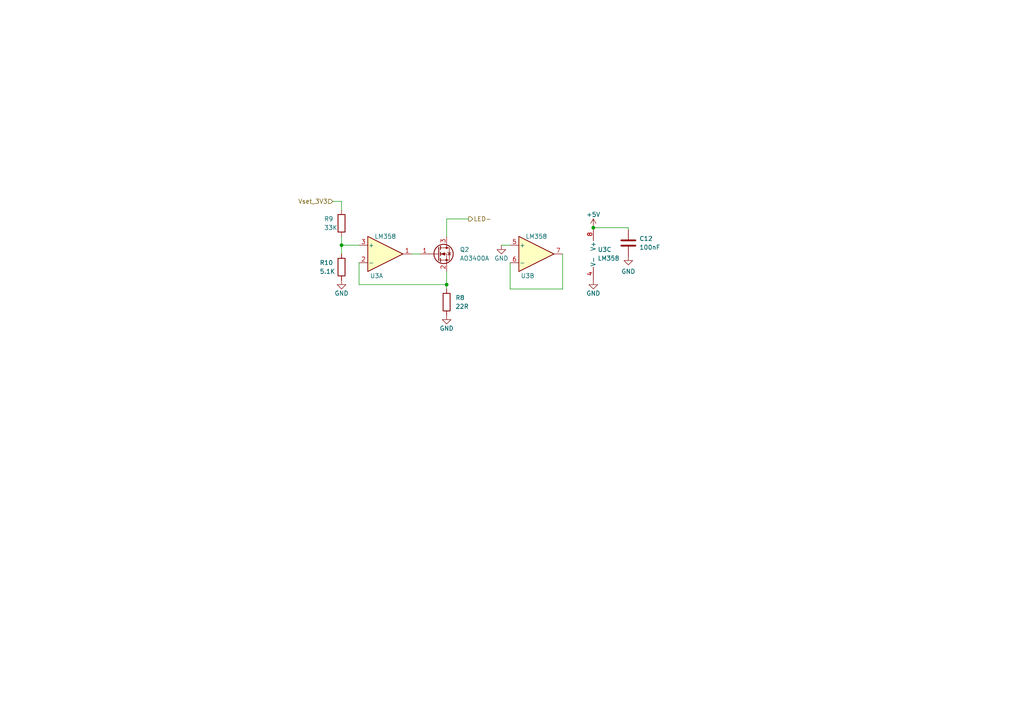
<source format=kicad_sch>
(kicad_sch (version 20230121) (generator eeschema)
  (paper "A4")
  (lib_symbols
    (symbol "Amplifier_Operational:LM358" (pin_names (offset 0.127))
      (property "Reference" "U" (at 0 5.08 0))
      (property "Value" "LM358" (at 0 -5.08 0))
      (symbol "LM358_1_1"
        (polyline (pts (xy -5.08 5.08) (xy 5.08 0) (xy -5.08 -5.08) (xy -5.08 5.08)) (stroke (width 0.254)) (fill (type background)))
        (pin output line (at 7.62 0 180) (length 2.54) (name "~") (number "1"))
        (pin input line (at -7.62 -2.54 0) (length 2.54) (name "-") (number "2"))
        (pin input line (at -7.62 2.54 0) (length 2.54) (name "+") (number "3"))
      )
      (symbol "LM358_2_1"
        (polyline (pts (xy -5.08 5.08) (xy 5.08 0) (xy -5.08 -5.08) (xy -5.08 5.08)) (stroke (width 0.254)) (fill (type background)))
        (pin input line (at -7.62 2.54 0) (length 2.54) (name "+") (number "5"))
        (pin input line (at -7.62 -2.54 0) (length 2.54) (name "-") (number "6"))
        (pin output line (at 7.62 0 180) (length 2.54) (name "~") (number "7"))
      )
      (symbol "LM358_3_1"
        (pin power_in line (at -2.54 -7.62 90) (length 3.81) (name "V-") (number "4"))
        (pin power_in line (at -2.54 7.62 270) (length 3.81) (name "V+") (number "8"))
      )
    )
    (symbol "Device:C" (pin_numbers hide) (pin_names (offset 0.254))
      (property "Reference" "C" (at 0.635 2.54 0))
      (property "Value" "C" (at 0.635 -2.54 0))
      (symbol "C_0_1"
        (polyline (pts (xy -2.032 -0.762) (xy 2.032 -0.762)) (stroke (width 0.508)))
        (polyline (pts (xy -2.032 0.762) (xy 2.032 0.762)) (stroke (width 0.508)))
      )
      (symbol "C_1_1"
        (pin passive line (at 0 3.81 270) (length 2.794) (name "~") (number "1"))
        (pin passive line (at 0 -3.81 90) (length 2.794) (name "~") (number "2"))
      )
    )
    (symbol "Device:R" (pin_numbers hide) (pin_names (offset 0))
      (property "Reference" "R" (at 2.032 0 90))
      (property "Value" "R" (at 0 0 90))
      (symbol "R_0_1"
        (rectangle (start -1.016 -2.54) (end 1.016 2.54) (stroke (width 0.254)))
      )
      (symbol "R_1_1"
        (pin passive line (at 0 3.81 270) (length 1.27) (name "~") (number "1"))
        (pin passive line (at 0 -3.81 90) (length 1.27) (name "~") (number "2"))
      )
    )
    (symbol "Transistor_FET:AO3400A" (pin_names hide)
      (property "Reference" "Q" (at 5.08 1.905 0))
      (property "Value" "AO3400A" (at 5.08 0 0))
      (symbol "AO3400A_0_1"
        (polyline (pts (xy 0.254 0) (xy -2.54 0)))
        (polyline (pts (xy 0.254 1.905) (xy 0.254 -1.905)) (stroke (width 0.254)))
        (polyline (pts (xy 0.762 -1.27) (xy 0.762 -2.286)) (stroke (width 0.254)))
        (polyline (pts (xy 0.762 0.508) (xy 0.762 -0.508)) (stroke (width 0.254)))
        (polyline (pts (xy 0.762 2.286) (xy 0.762 1.27)) (stroke (width 0.254)))
        (polyline (pts (xy 2.54 2.54) (xy 2.54 1.778)))
        (polyline (pts (xy 2.54 -2.54) (xy 2.54 0) (xy 0.762 0)))
        (polyline (pts (xy 0.762 -1.778) (xy 3.302 -1.778) (xy 3.302 1.778) (xy 0.762 1.778)))
        (polyline (pts (xy 1.016 0) (xy 2.032 0.381) (xy 2.032 -0.381) (xy 1.016 0)) (fill (type outline)))
        (polyline (pts (xy 2.794 0.508) (xy 2.921 0.381) (xy 3.683 0.381) (xy 3.81 0.254)))
        (polyline (pts (xy 3.302 0.381) (xy 2.921 -0.254) (xy 3.683 -0.254) (xy 3.302 0.381)))
        (circle (center 1.651 0) (radius 2.794) (stroke (width 0.254)))
        (circle (center 2.54 -1.778) (radius 0.254) (fill (type outline)))
        (circle (center 2.54 1.778) (radius 0.254) (fill (type outline)))
      )
      (symbol "AO3400A_1_1"
        (pin input line (at -5.08 0 0) (length 2.54) (name "G") (number "1"))
        (pin passive line (at 2.54 -5.08 90) (length 2.54) (name "S") (number "2"))
        (pin passive line (at 2.54 5.08 270) (length 2.54) (name "D") (number "3"))
      )
    )
    (symbol "power:+5V" (power) (pin_names (offset 0))
      (property "Value" "+5V" (at 0 3.556 0))
      (symbol "+5V_0_1"
        (polyline (pts (xy -0.762 1.27) (xy 0 2.54)))
        (polyline (pts (xy 0 0) (xy 0 2.54)))
        (polyline (pts (xy 0 2.54) (xy 0.762 1.27)))
      )
      (symbol "+5V_1_1"
        (pin power_in line (at 0 0 90) (length 0) hide (name "+5V") (number "1"))
      )
    )
    (symbol "power:GND" (power) (pin_names (offset 0))
      (property "Value" "GND" (at 0 -3.81 0))
      (symbol "GND_0_1"
        (polyline (pts (xy 0 0) (xy 0 -1.27) (xy 1.27 -1.27) (xy 0 -2.54) (xy -1.27 -1.27) (xy 0 -1.27)))
      )
      (symbol "GND_1_1"
        (pin power_in line (at 0 0 270) (length 0) hide (name "GND") (number "1"))
      )
    )
  )
  (junction (at 99.06 71.12))
  (junction (at 172.085 66.04))
  (junction (at 129.54 82.55))
  (wire (pts (xy 129.54 63.5) (xy 135.89 63.5)))
  (wire (pts (xy 99.06 68.58) (xy 99.06 71.12)))
  (wire (pts (xy 163.195 73.66) (xy 163.195 83.82)))
  (wire (pts (xy 147.955 83.82) (xy 163.195 83.82)))
  (wire (pts (xy 99.06 71.12) (xy 99.06 73.66)))
  (wire (pts (xy 129.54 68.58) (xy 129.54 63.5)))
  (wire (pts (xy 145.415 71.12) (xy 147.955 71.12)))
  (wire (pts (xy 172.085 66.04) (xy 182.245 66.04)))
  (wire (pts (xy 147.955 76.2) (xy 147.955 83.82)))
  (wire (pts (xy 182.245 66.04) (xy 182.245 66.675)))
  (wire (pts (xy 129.54 83.82) (xy 129.54 82.55)))
  (wire (pts (xy 119.38 73.66) (xy 121.92 73.66)))
  (wire (pts (xy 96.52 58.42) (xy 99.06 58.42)))
  (wire (pts (xy 99.06 58.42) (xy 99.06 60.96)))
  (wire (pts (xy 129.54 82.55) (xy 129.54 78.74)))
  (wire (pts (xy 104.14 76.2) (xy 104.14 82.55)))
  (wire (pts (xy 99.06 71.12) (xy 104.14 71.12)))
  (wire (pts (xy 104.14 82.55) (xy 129.54 82.55)))
  (hierarchical_label "LED-" (shape output) (at 135.89 63.5 0))
  (hierarchical_label "Vset_3V3" (shape input) (at 96.52 58.42 180))
  (symbol (lib_id "Amplifier_Operational:LM358") (at 174.625 73.66 0) (unit 3)
    (property "Reference" "U3" (at 173.355 72.39 0) (effects (justify left)))
    (property "Value" "LM358" (at 173.355 74.93 0) (effects (justify left)))
    (property "Footprint" "Package_SO:SOIC-8_3.9x4.9mm_P1.27mm" (effects hide))
    (property "Datasheet" "http://www.ti.com/lit/ds/symlink/lm2904-n.pdf" (effects hide))
    (instances (project "RGB LED Driver" (path "" (reference "U3") (unit 3)) (path "" (reference "U8") (unit 3)) (path "" (reference "U9") (unit 3)) (path "" (reference "U10") (unit 3))))
  )
  (symbol (lib_id "Amplifier_Operational:LM358") (at 111.76 73.66 0) (unit 1)
    (property "Reference" "U3" (at 109.22 80.01 0))
    (property "Value" "LM358" (at 111.76 68.58 0))
    (property "Footprint" "Package_SO:SOIC-8_3.9x4.9mm_P1.27mm" (effects hide))
    (property "Datasheet" "http://www.ti.com/lit/ds/symlink/lm2904-n.pdf" (effects hide))
    (instances (project "RGB LED Driver" (path "" (reference "U3") (unit 1)) (path "" (reference "U8") (unit 1)) (path "" (reference "U9") (unit 1)) (path "" (reference "U10") (unit 1))))
  )
  (symbol (lib_id "power:GND") (at 182.245 74.295 0) (unit 1)
    (property "Reference" "#PWR027" (effects hide))
    (property "Value" "GND" (at 182.245 78.74 0))
    (instances (project "RGB LED Driver" (path "" (reference "#PWR027") (unit 1)) (path "" (reference "#PWR052") (unit 1)) (path "" (reference "#PWR053") (unit 1)) (path "" (reference "#PWR054") (unit 1))))
  )
  (symbol (lib_id "Transistor_FET:AO3400A") (at 127 73.66 0) (unit 1)
    (property "Reference" "Q2" (at 133.35 72.39 0) (effects (justify left)))
    (property "Value" "AO3400A" (at 133.35 74.93 0) (effects (justify left)))
    (property "Footprint" "Package_TO_SOT_SMD:SOT-23" (effects hide))
    (property "Datasheet" "http://www.aosmd.com/pdfs/datasheet/AO3400A.pdf" (effects hide))
    (instances (project "RGB LED Driver" (path "" (reference "Q2") (unit 1)) (path "" (reference "Q1") (unit 1)) (path "" (reference "Q3") (unit 1)) (path "" (reference "Q4") (unit 1))))
  )
  (symbol (lib_id "power:GND") (at 172.085 81.28 0) (unit 1)
    (property "Reference" "#PWR014" (effects hide))
    (property "Value" "GND" (at 172.085 85.09 0))
    (instances (project "RGB LED Driver" (path "" (reference "#PWR014") (unit 1)) (path "" (reference "#PWR032") (unit 1)) (path "" (reference "#PWR037") (unit 1)) (path "" (reference "#PWR042") (unit 1))))
  )
  (symbol (lib_id "Device:R") (at 99.06 64.77 0) (unit 1)
    (property "Reference" "R9" (at 93.98 63.5 0) (effects (justify left)))
    (property "Value" "33K" (at 93.98 66.04 0) (effects (justify left)))
    (property "Footprint" "Resistor_SMD:R_0805_2012Metric_Pad1.20x1.40mm_HandSolder" (effects hide))
    (instances (project "RGB LED Driver" (path "" (reference "R9") (unit 1)) (path "" (reference "R15") (unit 1)) (path "" (reference "R18") (unit 1)) (path "" (reference "R21") (unit 1))))
  )
  (symbol (lib_id "Device:R") (at 129.54 87.63 0) (unit 1)
    (property "Reference" "R8" (at 132.08 86.36 0) (effects (justify left)))
    (property "Value" "22R" (at 132.08 88.9 0) (effects (justify left)))
    (property "Footprint" "Resistor_SMD:R_0805_2012Metric_Pad1.20x1.40mm_HandSolder" (effects hide))
    (instances (project "RGB LED Driver" (path "" (reference "R8") (unit 1)) (path "" (reference "R17") (unit 1)) (path "" (reference "R20") (unit 1)) (path "" (reference "R23") (unit 1))))
  )
  (symbol (lib_id "power:GND") (at 145.415 71.12 0) (unit 1)
    (property "Reference" "#PWR016" (effects hide))
    (property "Value" "GND" (at 145.415 74.93 0))
    (instances (project "RGB LED Driver" (path "" (reference "#PWR016") (unit 1)) (path "" (reference "#PWR030") (unit 1)) (path "" (reference "#PWR035") (unit 1)) (path "" (reference "#PWR040") (unit 1))))
  )
  (symbol (lib_id "power:GND") (at 129.54 91.44 0) (unit 1)
    (property "Reference" "#PWR011" (effects hide))
    (property "Value" "GND" (at 129.54 95.25 0))
    (instances (project "RGB LED Driver" (path "" (reference "#PWR011") (unit 1)) (path "" (reference "#PWR029") (unit 1)) (path "" (reference "#PWR034") (unit 1)) (path "" (reference "#PWR039") (unit 1))))
  )
  (symbol (lib_id "Device:R") (at 99.06 77.47 0) (unit 1)
    (property "Reference" "R10" (at 92.71 76.2 0) (effects (justify left)))
    (property "Value" "5.1K" (at 92.71 78.74 0) (effects (justify left)))
    (property "Footprint" "Resistor_SMD:R_0805_2012Metric_Pad1.20x1.40mm_HandSolder" (effects hide))
    (instances (project "RGB LED Driver" (path "" (reference "R10") (unit 1)) (path "" (reference "R16") (unit 1)) (path "" (reference "R19") (unit 1)) (path "" (reference "R22") (unit 1))))
  )
  (symbol (lib_id "power:+5V") (at 172.085 66.04 0) (unit 1)
    (property "Reference" "#PWR013" (effects hide))
    (property "Value" "+5V" (at 172.085 62.23 0))
    (instances (project "RGB LED Driver" (path "" (reference "#PWR013") (unit 1)) (path "" (reference "#PWR031") (unit 1)) (path "" (reference "#PWR036") (unit 1)) (path "" (reference "#PWR041") (unit 1))))
  )
  (symbol (lib_id "Device:C") (at 182.245 70.485 0) (unit 1)
    (property "Reference" "C12" (at 185.42 69.215 0) (effects (justify left)))
    (property "Value" "100nF" (at 185.42 71.755 0) (effects (justify left)))
    (property "Footprint" "Capacitor_SMD:C_0805_2012Metric_Pad1.18x1.45mm_HandSolder" (effects hide))
    (instances (project "RGB LED Driver" (path "" (reference "C12") (unit 1)) (path "" (reference "C13") (unit 1)) (path "" (reference "C14") (unit 1)) (path "" (reference "C15") (unit 1))))
  )
  (symbol (lib_id "power:GND") (at 99.06 81.28 0) (unit 1)
    (property "Reference" "#PWR012" (effects hide))
    (property "Value" "GND" (at 99.06 85.09 0))
    (instances (project "RGB LED Driver" (path "" (reference "#PWR012") (unit 1)) (path "" (reference "#PWR010") (unit 1)) (path "" (reference "#PWR033") (unit 1)) (path "" (reference "#PWR038") (unit 1))))
  )
  (symbol (lib_id "Amplifier_Operational:LM358") (at 155.575 73.66 0) (unit 2)
    (property "Reference" "U3" (at 153.035 80.01 0))
    (property "Value" "LM358" (at 155.575 68.58 0))
    (property "Footprint" "Package_SO:SOIC-8_3.9x4.9mm_P1.27mm" (effects hide))
    (property "Datasheet" "http://www.ti.com/lit/ds/symlink/lm2904-n.pdf" (effects hide))
    (instances (project "RGB LED Driver" (path "" (reference "U3") (unit 2)) (path "" (reference "U8") (unit 2)) (path "" (reference "U9") (unit 2)) (path "" (reference "U10") (unit 2))))
  )
)
</source>
